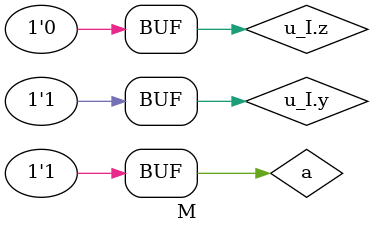
<source format=sv>

/* NOTES:
- Short description always on the first line, always beginning with `//`.
  This allows you to see a summary of your testcases with:
      head -n1 testcases/*.sv
- All components of the testcase in one file.
- Hard break lines at 80 characters.
- Whitespace:
  - Unix line endings (LF), not Windows line endings (CRLF)
  - POSIX-compatible final line.
  - No tab characters; Only spaces allowed.
  - No trailing whitespace.
- Naming convention:
  - Module name: `M`
    - Extension: `M1`, `M2`, ...
  - Interface name: `I`
    - Extension: `I1`, `I2`, ...
  - Modport name: `P`
    - Extension: `P1`, `P2`, ...
  - Module instance: `u_M`
    - Extension: `u_M1`, `u_M2`, ...
  - Interface instance: `u_I`
    - Extension: `u_I1`, `u_I2`, ...
  - Signals within modules: `a`, `b`, `c`, ...
    - Extension: `a1`, `a2`, ..., `b1`, `b2`, ...
  - Signals within interfaces: `z`, `y`, `x`, ...
    - Extension: `z1`, `z2`, ..., `y1`, `y2`, ...
  - Signal ports: `i_a`, `i_b`, `o_a`, `o_b`, `b_a`, `b_b`, ...
    - Exceptions: `i_clk`, `i_srst`, `i_arst`, `i_cg`
  - Parameter ports: `A`, `B`, `C`, ...
  - Constants (localparam): `Z`, `Y`, `X`, ...
*/

// This example is equivalent to `alwayscomb_inst.sv`
interface I;

  logic z;
  logic y;
  logic x;

endinterface

module M;
                                        // 1st section is setup.
  localparam bit Z = 1'b0;
  logic a;
  I u_I();
                                        // 2nd section is the interesting part.
                                        // Each assignment is commented.
  always_comb u_I.z = Z;      // Constant
  always_comb u_I.y = 1'b1;   // Literal
  always_comb u_I.y = a;      // Signal

endmodule

</source>
